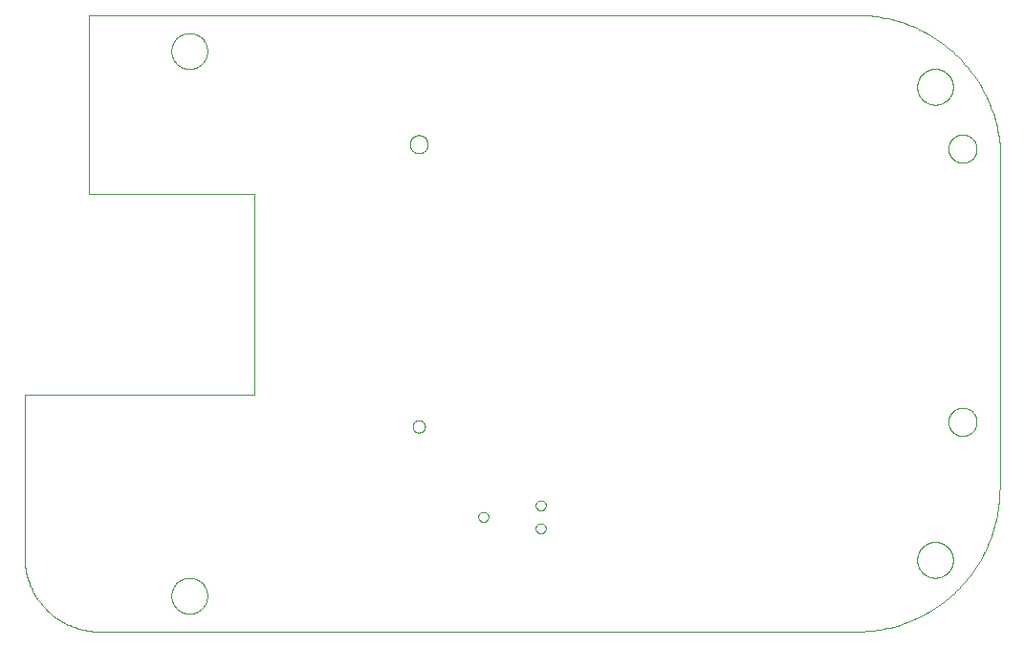
<source format=gbp>
G04 EAGLE Gerber RS-274X export*
G75*
%MOMM*%
%FSLAX34Y34*%
%LPD*%
%INBottom solder paste for stencil*%
%IPPOS*%
%AMOC8*
5,1,8,0,0,1.08239X$1,22.5*%
G01*
%ADD10C,0.000000*%


D10*
X63500Y0D02*
X736600Y0D01*
X863600Y127000D02*
X863600Y431800D01*
X742950Y546100D02*
X57150Y546100D01*
X0Y209550D02*
X0Y63500D01*
X57150Y387350D02*
X57150Y546100D01*
X57150Y387350D02*
X203200Y387350D01*
X203200Y209550D01*
X0Y209550D01*
X742950Y546100D02*
X746066Y545912D01*
X749177Y545649D01*
X752279Y545309D01*
X755373Y544893D01*
X758456Y544402D01*
X761525Y543835D01*
X764580Y543193D01*
X767618Y542477D01*
X770638Y541686D01*
X773638Y540822D01*
X776615Y539885D01*
X779568Y538874D01*
X782496Y537792D01*
X785397Y536638D01*
X788268Y535414D01*
X791109Y534119D01*
X793916Y532756D01*
X796690Y531324D01*
X799428Y529824D01*
X802128Y528258D01*
X804789Y526626D01*
X807409Y524930D01*
X809987Y523170D01*
X812521Y521347D01*
X815009Y519462D01*
X817451Y517517D01*
X819844Y515513D01*
X822188Y513451D01*
X824480Y511332D01*
X826720Y509158D01*
X828905Y506929D01*
X831036Y504648D01*
X833109Y502315D01*
X835125Y499932D01*
X837083Y497500D01*
X838979Y495021D01*
X840815Y492496D01*
X842588Y489927D01*
X844298Y487316D01*
X845943Y484663D01*
X847523Y481971D01*
X849036Y479241D01*
X850482Y476474D01*
X851860Y473673D01*
X853169Y470839D01*
X854407Y467974D01*
X855576Y465080D01*
X856673Y462157D01*
X857698Y459209D01*
X858650Y456236D01*
X859530Y453241D01*
X860336Y450225D01*
X861067Y447191D01*
X861724Y444139D01*
X862307Y441073D01*
X862813Y437993D01*
X863245Y434901D01*
X863600Y431800D01*
X863600Y127000D02*
X863563Y123931D01*
X863452Y120864D01*
X863266Y117801D01*
X863007Y114743D01*
X862674Y111692D01*
X862267Y108650D01*
X861787Y105619D01*
X861234Y102600D01*
X860608Y99595D01*
X859910Y96607D01*
X859139Y93636D01*
X858297Y90685D01*
X857384Y87755D01*
X856401Y84848D01*
X855347Y81965D01*
X854224Y79109D01*
X853033Y76281D01*
X851773Y73482D01*
X850446Y70715D01*
X849053Y67980D01*
X847594Y65280D01*
X846070Y62616D01*
X844482Y59990D01*
X842832Y57402D01*
X841119Y54856D01*
X839345Y52351D01*
X837511Y49890D01*
X835619Y47474D01*
X833668Y45105D01*
X831661Y42783D01*
X829598Y40511D01*
X827481Y38289D01*
X825311Y36119D01*
X823089Y34002D01*
X820817Y31939D01*
X818495Y29932D01*
X816126Y27981D01*
X813710Y26089D01*
X811249Y24255D01*
X808744Y22481D01*
X806198Y20768D01*
X803610Y19118D01*
X800984Y17530D01*
X798320Y16006D01*
X795620Y14547D01*
X792885Y13154D01*
X790118Y11827D01*
X787319Y10567D01*
X784491Y9376D01*
X781635Y8253D01*
X778752Y7199D01*
X775845Y6216D01*
X772915Y5303D01*
X769964Y4461D01*
X766993Y3690D01*
X764005Y2992D01*
X761000Y2366D01*
X757981Y1813D01*
X754950Y1333D01*
X751908Y926D01*
X748857Y593D01*
X745799Y334D01*
X742736Y148D01*
X739669Y37D01*
X736600Y0D01*
X63500Y0D02*
X61888Y96D01*
X60279Y231D01*
X58674Y405D01*
X57073Y618D01*
X55478Y870D01*
X53890Y1160D01*
X52309Y1488D01*
X50736Y1855D01*
X49173Y2259D01*
X47620Y2702D01*
X46078Y3181D01*
X44548Y3698D01*
X43032Y4252D01*
X41529Y4842D01*
X40040Y5468D01*
X38568Y6130D01*
X37111Y6828D01*
X35672Y7560D01*
X34252Y8328D01*
X32850Y9129D01*
X31468Y9964D01*
X30106Y10832D01*
X28766Y11733D01*
X27448Y12666D01*
X26153Y13631D01*
X24882Y14626D01*
X23636Y15652D01*
X22414Y16708D01*
X21218Y17794D01*
X20049Y18907D01*
X18907Y20049D01*
X17794Y21218D01*
X16708Y22414D01*
X15652Y23636D01*
X14626Y24882D01*
X13631Y26153D01*
X12666Y27448D01*
X11733Y28766D01*
X10832Y30106D01*
X9964Y31468D01*
X9129Y32850D01*
X8328Y34252D01*
X7560Y35672D01*
X6828Y37111D01*
X6130Y38568D01*
X5468Y40040D01*
X4842Y41529D01*
X4252Y43032D01*
X3698Y44548D01*
X3181Y46078D01*
X2702Y47620D01*
X2259Y49173D01*
X1855Y50736D01*
X1488Y52309D01*
X1160Y53890D01*
X870Y55478D01*
X618Y57073D01*
X405Y58674D01*
X231Y60279D01*
X96Y61888D01*
X0Y63500D01*
X341250Y431800D02*
X341252Y431996D01*
X341260Y432193D01*
X341272Y432389D01*
X341289Y432584D01*
X341310Y432779D01*
X341337Y432974D01*
X341368Y433168D01*
X341404Y433361D01*
X341444Y433553D01*
X341490Y433744D01*
X341540Y433934D01*
X341594Y434122D01*
X341654Y434309D01*
X341718Y434495D01*
X341786Y434679D01*
X341859Y434861D01*
X341936Y435042D01*
X342018Y435220D01*
X342104Y435397D01*
X342195Y435571D01*
X342289Y435743D01*
X342388Y435913D01*
X342491Y436080D01*
X342598Y436245D01*
X342709Y436406D01*
X342824Y436566D01*
X342943Y436722D01*
X343066Y436875D01*
X343192Y437025D01*
X343322Y437172D01*
X343456Y437316D01*
X343593Y437457D01*
X343734Y437594D01*
X343878Y437728D01*
X344025Y437858D01*
X344175Y437984D01*
X344328Y438107D01*
X344484Y438226D01*
X344644Y438341D01*
X344805Y438452D01*
X344970Y438559D01*
X345137Y438662D01*
X345307Y438761D01*
X345479Y438855D01*
X345653Y438946D01*
X345830Y439032D01*
X346008Y439114D01*
X346189Y439191D01*
X346371Y439264D01*
X346555Y439332D01*
X346741Y439396D01*
X346928Y439456D01*
X347116Y439510D01*
X347306Y439560D01*
X347497Y439606D01*
X347689Y439646D01*
X347882Y439682D01*
X348076Y439713D01*
X348271Y439740D01*
X348466Y439761D01*
X348661Y439778D01*
X348857Y439790D01*
X349054Y439798D01*
X349250Y439800D01*
X349446Y439798D01*
X349643Y439790D01*
X349839Y439778D01*
X350034Y439761D01*
X350229Y439740D01*
X350424Y439713D01*
X350618Y439682D01*
X350811Y439646D01*
X351003Y439606D01*
X351194Y439560D01*
X351384Y439510D01*
X351572Y439456D01*
X351759Y439396D01*
X351945Y439332D01*
X352129Y439264D01*
X352311Y439191D01*
X352492Y439114D01*
X352670Y439032D01*
X352847Y438946D01*
X353021Y438855D01*
X353193Y438761D01*
X353363Y438662D01*
X353530Y438559D01*
X353695Y438452D01*
X353856Y438341D01*
X354016Y438226D01*
X354172Y438107D01*
X354325Y437984D01*
X354475Y437858D01*
X354622Y437728D01*
X354766Y437594D01*
X354907Y437457D01*
X355044Y437316D01*
X355178Y437172D01*
X355308Y437025D01*
X355434Y436875D01*
X355557Y436722D01*
X355676Y436566D01*
X355791Y436406D01*
X355902Y436245D01*
X356009Y436080D01*
X356112Y435913D01*
X356211Y435743D01*
X356305Y435571D01*
X356396Y435397D01*
X356482Y435220D01*
X356564Y435042D01*
X356641Y434861D01*
X356714Y434679D01*
X356782Y434495D01*
X356846Y434309D01*
X356906Y434122D01*
X356960Y433934D01*
X357010Y433744D01*
X357056Y433553D01*
X357096Y433361D01*
X357132Y433168D01*
X357163Y432974D01*
X357190Y432779D01*
X357211Y432584D01*
X357228Y432389D01*
X357240Y432193D01*
X357248Y431996D01*
X357250Y431800D01*
X357248Y431604D01*
X357240Y431407D01*
X357228Y431211D01*
X357211Y431016D01*
X357190Y430821D01*
X357163Y430626D01*
X357132Y430432D01*
X357096Y430239D01*
X357056Y430047D01*
X357010Y429856D01*
X356960Y429666D01*
X356906Y429478D01*
X356846Y429291D01*
X356782Y429105D01*
X356714Y428921D01*
X356641Y428739D01*
X356564Y428558D01*
X356482Y428380D01*
X356396Y428203D01*
X356305Y428029D01*
X356211Y427857D01*
X356112Y427687D01*
X356009Y427520D01*
X355902Y427355D01*
X355791Y427194D01*
X355676Y427034D01*
X355557Y426878D01*
X355434Y426725D01*
X355308Y426575D01*
X355178Y426428D01*
X355044Y426284D01*
X354907Y426143D01*
X354766Y426006D01*
X354622Y425872D01*
X354475Y425742D01*
X354325Y425616D01*
X354172Y425493D01*
X354016Y425374D01*
X353856Y425259D01*
X353695Y425148D01*
X353530Y425041D01*
X353363Y424938D01*
X353193Y424839D01*
X353021Y424745D01*
X352847Y424654D01*
X352670Y424568D01*
X352492Y424486D01*
X352311Y424409D01*
X352129Y424336D01*
X351945Y424268D01*
X351759Y424204D01*
X351572Y424144D01*
X351384Y424090D01*
X351194Y424040D01*
X351003Y423994D01*
X350811Y423954D01*
X350618Y423918D01*
X350424Y423887D01*
X350229Y423860D01*
X350034Y423839D01*
X349839Y423822D01*
X349643Y423810D01*
X349446Y423802D01*
X349250Y423800D01*
X349054Y423802D01*
X348857Y423810D01*
X348661Y423822D01*
X348466Y423839D01*
X348271Y423860D01*
X348076Y423887D01*
X347882Y423918D01*
X347689Y423954D01*
X347497Y423994D01*
X347306Y424040D01*
X347116Y424090D01*
X346928Y424144D01*
X346741Y424204D01*
X346555Y424268D01*
X346371Y424336D01*
X346189Y424409D01*
X346008Y424486D01*
X345830Y424568D01*
X345653Y424654D01*
X345479Y424745D01*
X345307Y424839D01*
X345137Y424938D01*
X344970Y425041D01*
X344805Y425148D01*
X344644Y425259D01*
X344484Y425374D01*
X344328Y425493D01*
X344175Y425616D01*
X344025Y425742D01*
X343878Y425872D01*
X343734Y426006D01*
X343593Y426143D01*
X343456Y426284D01*
X343322Y426428D01*
X343192Y426575D01*
X343066Y426725D01*
X342943Y426878D01*
X342824Y427034D01*
X342709Y427194D01*
X342598Y427355D01*
X342491Y427520D01*
X342388Y427687D01*
X342289Y427857D01*
X342195Y428029D01*
X342104Y428203D01*
X342018Y428380D01*
X341936Y428558D01*
X341859Y428739D01*
X341786Y428921D01*
X341718Y429105D01*
X341654Y429291D01*
X341594Y429478D01*
X341540Y429666D01*
X341490Y429856D01*
X341444Y430047D01*
X341404Y430239D01*
X341368Y430432D01*
X341337Y430626D01*
X341310Y430821D01*
X341289Y431016D01*
X341272Y431211D01*
X341260Y431407D01*
X341252Y431604D01*
X341250Y431800D01*
X343750Y181800D02*
X343752Y181948D01*
X343758Y182096D01*
X343768Y182244D01*
X343782Y182392D01*
X343800Y182539D01*
X343822Y182686D01*
X343848Y182832D01*
X343877Y182977D01*
X343911Y183122D01*
X343949Y183265D01*
X343990Y183408D01*
X344035Y183549D01*
X344085Y183689D01*
X344137Y183827D01*
X344194Y183965D01*
X344254Y184100D01*
X344318Y184234D01*
X344385Y184366D01*
X344456Y184496D01*
X344531Y184625D01*
X344609Y184751D01*
X344690Y184875D01*
X344774Y184997D01*
X344862Y185116D01*
X344953Y185233D01*
X345047Y185348D01*
X345145Y185460D01*
X345245Y185569D01*
X345348Y185676D01*
X345454Y185780D01*
X345562Y185881D01*
X345674Y185979D01*
X345788Y186074D01*
X345904Y186165D01*
X346023Y186254D01*
X346144Y186339D01*
X346268Y186421D01*
X346394Y186500D01*
X346521Y186575D01*
X346651Y186647D01*
X346783Y186716D01*
X346916Y186780D01*
X347051Y186841D01*
X347188Y186899D01*
X347326Y186953D01*
X347466Y187003D01*
X347607Y187049D01*
X347749Y187091D01*
X347892Y187130D01*
X348036Y187164D01*
X348182Y187195D01*
X348327Y187222D01*
X348474Y187245D01*
X348621Y187264D01*
X348769Y187279D01*
X348916Y187290D01*
X349065Y187297D01*
X349213Y187300D01*
X349361Y187299D01*
X349509Y187294D01*
X349657Y187285D01*
X349805Y187272D01*
X349953Y187255D01*
X350099Y187234D01*
X350246Y187209D01*
X350391Y187180D01*
X350536Y187148D01*
X350679Y187111D01*
X350822Y187071D01*
X350964Y187026D01*
X351104Y186978D01*
X351243Y186926D01*
X351380Y186871D01*
X351516Y186811D01*
X351651Y186748D01*
X351783Y186682D01*
X351914Y186612D01*
X352043Y186538D01*
X352169Y186461D01*
X352294Y186381D01*
X352416Y186297D01*
X352537Y186210D01*
X352654Y186120D01*
X352770Y186026D01*
X352882Y185930D01*
X352992Y185831D01*
X353100Y185728D01*
X353204Y185623D01*
X353306Y185515D01*
X353404Y185404D01*
X353500Y185291D01*
X353593Y185175D01*
X353682Y185057D01*
X353768Y184936D01*
X353851Y184813D01*
X353931Y184688D01*
X354007Y184561D01*
X354080Y184431D01*
X354149Y184300D01*
X354214Y184167D01*
X354277Y184033D01*
X354335Y183896D01*
X354390Y183758D01*
X354440Y183619D01*
X354488Y183478D01*
X354531Y183337D01*
X354571Y183194D01*
X354606Y183050D01*
X354638Y182905D01*
X354666Y182759D01*
X354690Y182613D01*
X354710Y182466D01*
X354726Y182318D01*
X354738Y182171D01*
X354746Y182022D01*
X354750Y181874D01*
X354750Y181726D01*
X354746Y181578D01*
X354738Y181429D01*
X354726Y181282D01*
X354710Y181134D01*
X354690Y180987D01*
X354666Y180841D01*
X354638Y180695D01*
X354606Y180550D01*
X354571Y180406D01*
X354531Y180263D01*
X354488Y180122D01*
X354440Y179981D01*
X354390Y179842D01*
X354335Y179704D01*
X354277Y179567D01*
X354214Y179433D01*
X354149Y179300D01*
X354080Y179169D01*
X354007Y179039D01*
X353931Y178912D01*
X353851Y178787D01*
X353768Y178664D01*
X353682Y178543D01*
X353593Y178425D01*
X353500Y178309D01*
X353404Y178196D01*
X353306Y178085D01*
X353204Y177977D01*
X353100Y177872D01*
X352992Y177769D01*
X352882Y177670D01*
X352770Y177574D01*
X352654Y177480D01*
X352537Y177390D01*
X352416Y177303D01*
X352294Y177219D01*
X352169Y177139D01*
X352043Y177062D01*
X351914Y176988D01*
X351783Y176918D01*
X351651Y176852D01*
X351516Y176789D01*
X351380Y176729D01*
X351243Y176674D01*
X351104Y176622D01*
X350964Y176574D01*
X350822Y176529D01*
X350679Y176489D01*
X350536Y176452D01*
X350391Y176420D01*
X350246Y176391D01*
X350099Y176366D01*
X349953Y176345D01*
X349805Y176328D01*
X349657Y176315D01*
X349509Y176306D01*
X349361Y176301D01*
X349213Y176300D01*
X349065Y176303D01*
X348916Y176310D01*
X348769Y176321D01*
X348621Y176336D01*
X348474Y176355D01*
X348327Y176378D01*
X348182Y176405D01*
X348036Y176436D01*
X347892Y176470D01*
X347749Y176509D01*
X347607Y176551D01*
X347466Y176597D01*
X347326Y176647D01*
X347188Y176701D01*
X347051Y176759D01*
X346916Y176820D01*
X346783Y176884D01*
X346651Y176953D01*
X346521Y177025D01*
X346394Y177100D01*
X346268Y177179D01*
X346144Y177261D01*
X346023Y177346D01*
X345904Y177435D01*
X345788Y177526D01*
X345674Y177621D01*
X345562Y177719D01*
X345454Y177820D01*
X345348Y177924D01*
X345245Y178031D01*
X345145Y178140D01*
X345047Y178252D01*
X344953Y178367D01*
X344862Y178484D01*
X344774Y178603D01*
X344690Y178725D01*
X344609Y178849D01*
X344531Y178975D01*
X344456Y179104D01*
X344385Y179234D01*
X344318Y179366D01*
X344254Y179500D01*
X344194Y179635D01*
X344137Y179773D01*
X344085Y179911D01*
X344035Y180051D01*
X343990Y180192D01*
X343949Y180335D01*
X343911Y180478D01*
X343877Y180623D01*
X343848Y180768D01*
X343822Y180914D01*
X343800Y181061D01*
X343782Y181208D01*
X343768Y181356D01*
X343758Y181504D01*
X343752Y181652D01*
X343750Y181800D01*
X818250Y427800D02*
X818254Y428107D01*
X818265Y428413D01*
X818284Y428720D01*
X818310Y429025D01*
X818344Y429330D01*
X818385Y429634D01*
X818434Y429937D01*
X818490Y430239D01*
X818554Y430539D01*
X818625Y430837D01*
X818703Y431134D01*
X818788Y431429D01*
X818881Y431721D01*
X818981Y432011D01*
X819088Y432299D01*
X819202Y432584D01*
X819322Y432866D01*
X819450Y433144D01*
X819585Y433420D01*
X819726Y433692D01*
X819874Y433961D01*
X820028Y434226D01*
X820189Y434487D01*
X820357Y434745D01*
X820530Y434998D01*
X820710Y435246D01*
X820896Y435490D01*
X821087Y435730D01*
X821285Y435965D01*
X821488Y436194D01*
X821697Y436419D01*
X821911Y436639D01*
X822131Y436853D01*
X822356Y437062D01*
X822585Y437265D01*
X822820Y437463D01*
X823060Y437654D01*
X823304Y437840D01*
X823552Y438020D01*
X823805Y438193D01*
X824063Y438361D01*
X824324Y438522D01*
X824589Y438676D01*
X824858Y438824D01*
X825130Y438965D01*
X825406Y439100D01*
X825684Y439228D01*
X825966Y439348D01*
X826251Y439462D01*
X826539Y439569D01*
X826829Y439669D01*
X827121Y439762D01*
X827416Y439847D01*
X827713Y439925D01*
X828011Y439996D01*
X828311Y440060D01*
X828613Y440116D01*
X828916Y440165D01*
X829220Y440206D01*
X829525Y440240D01*
X829830Y440266D01*
X830137Y440285D01*
X830443Y440296D01*
X830750Y440300D01*
X831057Y440296D01*
X831363Y440285D01*
X831670Y440266D01*
X831975Y440240D01*
X832280Y440206D01*
X832584Y440165D01*
X832887Y440116D01*
X833189Y440060D01*
X833489Y439996D01*
X833787Y439925D01*
X834084Y439847D01*
X834379Y439762D01*
X834671Y439669D01*
X834961Y439569D01*
X835249Y439462D01*
X835534Y439348D01*
X835816Y439228D01*
X836094Y439100D01*
X836370Y438965D01*
X836642Y438824D01*
X836911Y438676D01*
X837176Y438522D01*
X837437Y438361D01*
X837695Y438193D01*
X837948Y438020D01*
X838196Y437840D01*
X838440Y437654D01*
X838680Y437463D01*
X838915Y437265D01*
X839144Y437062D01*
X839369Y436853D01*
X839589Y436639D01*
X839803Y436419D01*
X840012Y436194D01*
X840215Y435965D01*
X840413Y435730D01*
X840604Y435490D01*
X840790Y435246D01*
X840970Y434998D01*
X841143Y434745D01*
X841311Y434487D01*
X841472Y434226D01*
X841626Y433961D01*
X841774Y433692D01*
X841915Y433420D01*
X842050Y433144D01*
X842178Y432866D01*
X842298Y432584D01*
X842412Y432299D01*
X842519Y432011D01*
X842619Y431721D01*
X842712Y431429D01*
X842797Y431134D01*
X842875Y430837D01*
X842946Y430539D01*
X843010Y430239D01*
X843066Y429937D01*
X843115Y429634D01*
X843156Y429330D01*
X843190Y429025D01*
X843216Y428720D01*
X843235Y428413D01*
X843246Y428107D01*
X843250Y427800D01*
X843246Y427493D01*
X843235Y427187D01*
X843216Y426880D01*
X843190Y426575D01*
X843156Y426270D01*
X843115Y425966D01*
X843066Y425663D01*
X843010Y425361D01*
X842946Y425061D01*
X842875Y424763D01*
X842797Y424466D01*
X842712Y424171D01*
X842619Y423879D01*
X842519Y423589D01*
X842412Y423301D01*
X842298Y423016D01*
X842178Y422734D01*
X842050Y422456D01*
X841915Y422180D01*
X841774Y421908D01*
X841626Y421639D01*
X841472Y421374D01*
X841311Y421113D01*
X841143Y420855D01*
X840970Y420602D01*
X840790Y420354D01*
X840604Y420110D01*
X840413Y419870D01*
X840215Y419635D01*
X840012Y419406D01*
X839803Y419181D01*
X839589Y418961D01*
X839369Y418747D01*
X839144Y418538D01*
X838915Y418335D01*
X838680Y418137D01*
X838440Y417946D01*
X838196Y417760D01*
X837948Y417580D01*
X837695Y417407D01*
X837437Y417239D01*
X837176Y417078D01*
X836911Y416924D01*
X836642Y416776D01*
X836370Y416635D01*
X836094Y416500D01*
X835816Y416372D01*
X835534Y416252D01*
X835249Y416138D01*
X834961Y416031D01*
X834671Y415931D01*
X834379Y415838D01*
X834084Y415753D01*
X833787Y415675D01*
X833489Y415604D01*
X833189Y415540D01*
X832887Y415484D01*
X832584Y415435D01*
X832280Y415394D01*
X831975Y415360D01*
X831670Y415334D01*
X831363Y415315D01*
X831057Y415304D01*
X830750Y415300D01*
X830443Y415304D01*
X830137Y415315D01*
X829830Y415334D01*
X829525Y415360D01*
X829220Y415394D01*
X828916Y415435D01*
X828613Y415484D01*
X828311Y415540D01*
X828011Y415604D01*
X827713Y415675D01*
X827416Y415753D01*
X827121Y415838D01*
X826829Y415931D01*
X826539Y416031D01*
X826251Y416138D01*
X825966Y416252D01*
X825684Y416372D01*
X825406Y416500D01*
X825130Y416635D01*
X824858Y416776D01*
X824589Y416924D01*
X824324Y417078D01*
X824063Y417239D01*
X823805Y417407D01*
X823552Y417580D01*
X823304Y417760D01*
X823060Y417946D01*
X822820Y418137D01*
X822585Y418335D01*
X822356Y418538D01*
X822131Y418747D01*
X821911Y418961D01*
X821697Y419181D01*
X821488Y419406D01*
X821285Y419635D01*
X821087Y419870D01*
X820896Y420110D01*
X820710Y420354D01*
X820530Y420602D01*
X820357Y420855D01*
X820189Y421113D01*
X820028Y421374D01*
X819874Y421639D01*
X819726Y421908D01*
X819585Y422180D01*
X819450Y422456D01*
X819322Y422734D01*
X819202Y423016D01*
X819088Y423301D01*
X818981Y423589D01*
X818881Y423879D01*
X818788Y424171D01*
X818703Y424466D01*
X818625Y424763D01*
X818554Y425061D01*
X818490Y425361D01*
X818434Y425663D01*
X818385Y425966D01*
X818344Y426270D01*
X818310Y426575D01*
X818284Y426880D01*
X818265Y427187D01*
X818254Y427493D01*
X818250Y427800D01*
X818250Y185800D02*
X818254Y186107D01*
X818265Y186413D01*
X818284Y186720D01*
X818310Y187025D01*
X818344Y187330D01*
X818385Y187634D01*
X818434Y187937D01*
X818490Y188239D01*
X818554Y188539D01*
X818625Y188837D01*
X818703Y189134D01*
X818788Y189429D01*
X818881Y189721D01*
X818981Y190011D01*
X819088Y190299D01*
X819202Y190584D01*
X819322Y190866D01*
X819450Y191144D01*
X819585Y191420D01*
X819726Y191692D01*
X819874Y191961D01*
X820028Y192226D01*
X820189Y192487D01*
X820357Y192745D01*
X820530Y192998D01*
X820710Y193246D01*
X820896Y193490D01*
X821087Y193730D01*
X821285Y193965D01*
X821488Y194194D01*
X821697Y194419D01*
X821911Y194639D01*
X822131Y194853D01*
X822356Y195062D01*
X822585Y195265D01*
X822820Y195463D01*
X823060Y195654D01*
X823304Y195840D01*
X823552Y196020D01*
X823805Y196193D01*
X824063Y196361D01*
X824324Y196522D01*
X824589Y196676D01*
X824858Y196824D01*
X825130Y196965D01*
X825406Y197100D01*
X825684Y197228D01*
X825966Y197348D01*
X826251Y197462D01*
X826539Y197569D01*
X826829Y197669D01*
X827121Y197762D01*
X827416Y197847D01*
X827713Y197925D01*
X828011Y197996D01*
X828311Y198060D01*
X828613Y198116D01*
X828916Y198165D01*
X829220Y198206D01*
X829525Y198240D01*
X829830Y198266D01*
X830137Y198285D01*
X830443Y198296D01*
X830750Y198300D01*
X831057Y198296D01*
X831363Y198285D01*
X831670Y198266D01*
X831975Y198240D01*
X832280Y198206D01*
X832584Y198165D01*
X832887Y198116D01*
X833189Y198060D01*
X833489Y197996D01*
X833787Y197925D01*
X834084Y197847D01*
X834379Y197762D01*
X834671Y197669D01*
X834961Y197569D01*
X835249Y197462D01*
X835534Y197348D01*
X835816Y197228D01*
X836094Y197100D01*
X836370Y196965D01*
X836642Y196824D01*
X836911Y196676D01*
X837176Y196522D01*
X837437Y196361D01*
X837695Y196193D01*
X837948Y196020D01*
X838196Y195840D01*
X838440Y195654D01*
X838680Y195463D01*
X838915Y195265D01*
X839144Y195062D01*
X839369Y194853D01*
X839589Y194639D01*
X839803Y194419D01*
X840012Y194194D01*
X840215Y193965D01*
X840413Y193730D01*
X840604Y193490D01*
X840790Y193246D01*
X840970Y192998D01*
X841143Y192745D01*
X841311Y192487D01*
X841472Y192226D01*
X841626Y191961D01*
X841774Y191692D01*
X841915Y191420D01*
X842050Y191144D01*
X842178Y190866D01*
X842298Y190584D01*
X842412Y190299D01*
X842519Y190011D01*
X842619Y189721D01*
X842712Y189429D01*
X842797Y189134D01*
X842875Y188837D01*
X842946Y188539D01*
X843010Y188239D01*
X843066Y187937D01*
X843115Y187634D01*
X843156Y187330D01*
X843190Y187025D01*
X843216Y186720D01*
X843235Y186413D01*
X843246Y186107D01*
X843250Y185800D01*
X843246Y185493D01*
X843235Y185187D01*
X843216Y184880D01*
X843190Y184575D01*
X843156Y184270D01*
X843115Y183966D01*
X843066Y183663D01*
X843010Y183361D01*
X842946Y183061D01*
X842875Y182763D01*
X842797Y182466D01*
X842712Y182171D01*
X842619Y181879D01*
X842519Y181589D01*
X842412Y181301D01*
X842298Y181016D01*
X842178Y180734D01*
X842050Y180456D01*
X841915Y180180D01*
X841774Y179908D01*
X841626Y179639D01*
X841472Y179374D01*
X841311Y179113D01*
X841143Y178855D01*
X840970Y178602D01*
X840790Y178354D01*
X840604Y178110D01*
X840413Y177870D01*
X840215Y177635D01*
X840012Y177406D01*
X839803Y177181D01*
X839589Y176961D01*
X839369Y176747D01*
X839144Y176538D01*
X838915Y176335D01*
X838680Y176137D01*
X838440Y175946D01*
X838196Y175760D01*
X837948Y175580D01*
X837695Y175407D01*
X837437Y175239D01*
X837176Y175078D01*
X836911Y174924D01*
X836642Y174776D01*
X836370Y174635D01*
X836094Y174500D01*
X835816Y174372D01*
X835534Y174252D01*
X835249Y174138D01*
X834961Y174031D01*
X834671Y173931D01*
X834379Y173838D01*
X834084Y173753D01*
X833787Y173675D01*
X833489Y173604D01*
X833189Y173540D01*
X832887Y173484D01*
X832584Y173435D01*
X832280Y173394D01*
X831975Y173360D01*
X831670Y173334D01*
X831363Y173315D01*
X831057Y173304D01*
X830750Y173300D01*
X830443Y173304D01*
X830137Y173315D01*
X829830Y173334D01*
X829525Y173360D01*
X829220Y173394D01*
X828916Y173435D01*
X828613Y173484D01*
X828311Y173540D01*
X828011Y173604D01*
X827713Y173675D01*
X827416Y173753D01*
X827121Y173838D01*
X826829Y173931D01*
X826539Y174031D01*
X826251Y174138D01*
X825966Y174252D01*
X825684Y174372D01*
X825406Y174500D01*
X825130Y174635D01*
X824858Y174776D01*
X824589Y174924D01*
X824324Y175078D01*
X824063Y175239D01*
X823805Y175407D01*
X823552Y175580D01*
X823304Y175760D01*
X823060Y175946D01*
X822820Y176137D01*
X822585Y176335D01*
X822356Y176538D01*
X822131Y176747D01*
X821911Y176961D01*
X821697Y177181D01*
X821488Y177406D01*
X821285Y177635D01*
X821087Y177870D01*
X820896Y178110D01*
X820710Y178354D01*
X820530Y178602D01*
X820357Y178855D01*
X820189Y179113D01*
X820028Y179374D01*
X819874Y179639D01*
X819726Y179908D01*
X819585Y180180D01*
X819450Y180456D01*
X819322Y180734D01*
X819202Y181016D01*
X819088Y181301D01*
X818981Y181589D01*
X818881Y181879D01*
X818788Y182171D01*
X818703Y182466D01*
X818625Y182763D01*
X818554Y183061D01*
X818490Y183361D01*
X818434Y183663D01*
X818385Y183966D01*
X818344Y184270D01*
X818310Y184575D01*
X818284Y184880D01*
X818265Y185187D01*
X818254Y185493D01*
X818250Y185800D01*
X130175Y31750D02*
X130180Y32140D01*
X130194Y32529D01*
X130218Y32918D01*
X130251Y33306D01*
X130294Y33693D01*
X130347Y34079D01*
X130409Y34464D01*
X130480Y34847D01*
X130561Y35228D01*
X130651Y35607D01*
X130750Y35984D01*
X130859Y36358D01*
X130976Y36730D01*
X131103Y37098D01*
X131239Y37463D01*
X131383Y37825D01*
X131537Y38183D01*
X131699Y38537D01*
X131870Y38888D01*
X132049Y39233D01*
X132237Y39575D01*
X132434Y39911D01*
X132638Y40243D01*
X132850Y40570D01*
X133071Y40891D01*
X133299Y41207D01*
X133535Y41517D01*
X133778Y41821D01*
X134029Y42119D01*
X134287Y42411D01*
X134553Y42696D01*
X134825Y42975D01*
X135104Y43247D01*
X135389Y43513D01*
X135681Y43771D01*
X135979Y44022D01*
X136283Y44265D01*
X136593Y44501D01*
X136909Y44729D01*
X137230Y44950D01*
X137557Y45162D01*
X137889Y45366D01*
X138225Y45563D01*
X138567Y45751D01*
X138912Y45930D01*
X139263Y46101D01*
X139617Y46263D01*
X139975Y46417D01*
X140337Y46561D01*
X140702Y46697D01*
X141070Y46824D01*
X141442Y46941D01*
X141816Y47050D01*
X142193Y47149D01*
X142572Y47239D01*
X142953Y47320D01*
X143336Y47391D01*
X143721Y47453D01*
X144107Y47506D01*
X144494Y47549D01*
X144882Y47582D01*
X145271Y47606D01*
X145660Y47620D01*
X146050Y47625D01*
X146440Y47620D01*
X146829Y47606D01*
X147218Y47582D01*
X147606Y47549D01*
X147993Y47506D01*
X148379Y47453D01*
X148764Y47391D01*
X149147Y47320D01*
X149528Y47239D01*
X149907Y47149D01*
X150284Y47050D01*
X150658Y46941D01*
X151030Y46824D01*
X151398Y46697D01*
X151763Y46561D01*
X152125Y46417D01*
X152483Y46263D01*
X152837Y46101D01*
X153188Y45930D01*
X153533Y45751D01*
X153875Y45563D01*
X154211Y45366D01*
X154543Y45162D01*
X154870Y44950D01*
X155191Y44729D01*
X155507Y44501D01*
X155817Y44265D01*
X156121Y44022D01*
X156419Y43771D01*
X156711Y43513D01*
X156996Y43247D01*
X157275Y42975D01*
X157547Y42696D01*
X157813Y42411D01*
X158071Y42119D01*
X158322Y41821D01*
X158565Y41517D01*
X158801Y41207D01*
X159029Y40891D01*
X159250Y40570D01*
X159462Y40243D01*
X159666Y39911D01*
X159863Y39575D01*
X160051Y39233D01*
X160230Y38888D01*
X160401Y38537D01*
X160563Y38183D01*
X160717Y37825D01*
X160861Y37463D01*
X160997Y37098D01*
X161124Y36730D01*
X161241Y36358D01*
X161350Y35984D01*
X161449Y35607D01*
X161539Y35228D01*
X161620Y34847D01*
X161691Y34464D01*
X161753Y34079D01*
X161806Y33693D01*
X161849Y33306D01*
X161882Y32918D01*
X161906Y32529D01*
X161920Y32140D01*
X161925Y31750D01*
X161920Y31360D01*
X161906Y30971D01*
X161882Y30582D01*
X161849Y30194D01*
X161806Y29807D01*
X161753Y29421D01*
X161691Y29036D01*
X161620Y28653D01*
X161539Y28272D01*
X161449Y27893D01*
X161350Y27516D01*
X161241Y27142D01*
X161124Y26770D01*
X160997Y26402D01*
X160861Y26037D01*
X160717Y25675D01*
X160563Y25317D01*
X160401Y24963D01*
X160230Y24612D01*
X160051Y24267D01*
X159863Y23925D01*
X159666Y23589D01*
X159462Y23257D01*
X159250Y22930D01*
X159029Y22609D01*
X158801Y22293D01*
X158565Y21983D01*
X158322Y21679D01*
X158071Y21381D01*
X157813Y21089D01*
X157547Y20804D01*
X157275Y20525D01*
X156996Y20253D01*
X156711Y19987D01*
X156419Y19729D01*
X156121Y19478D01*
X155817Y19235D01*
X155507Y18999D01*
X155191Y18771D01*
X154870Y18550D01*
X154543Y18338D01*
X154211Y18134D01*
X153875Y17937D01*
X153533Y17749D01*
X153188Y17570D01*
X152837Y17399D01*
X152483Y17237D01*
X152125Y17083D01*
X151763Y16939D01*
X151398Y16803D01*
X151030Y16676D01*
X150658Y16559D01*
X150284Y16450D01*
X149907Y16351D01*
X149528Y16261D01*
X149147Y16180D01*
X148764Y16109D01*
X148379Y16047D01*
X147993Y15994D01*
X147606Y15951D01*
X147218Y15918D01*
X146829Y15894D01*
X146440Y15880D01*
X146050Y15875D01*
X145660Y15880D01*
X145271Y15894D01*
X144882Y15918D01*
X144494Y15951D01*
X144107Y15994D01*
X143721Y16047D01*
X143336Y16109D01*
X142953Y16180D01*
X142572Y16261D01*
X142193Y16351D01*
X141816Y16450D01*
X141442Y16559D01*
X141070Y16676D01*
X140702Y16803D01*
X140337Y16939D01*
X139975Y17083D01*
X139617Y17237D01*
X139263Y17399D01*
X138912Y17570D01*
X138567Y17749D01*
X138225Y17937D01*
X137889Y18134D01*
X137557Y18338D01*
X137230Y18550D01*
X136909Y18771D01*
X136593Y18999D01*
X136283Y19235D01*
X135979Y19478D01*
X135681Y19729D01*
X135389Y19987D01*
X135104Y20253D01*
X134825Y20525D01*
X134553Y20804D01*
X134287Y21089D01*
X134029Y21381D01*
X133778Y21679D01*
X133535Y21983D01*
X133299Y22293D01*
X133071Y22609D01*
X132850Y22930D01*
X132638Y23257D01*
X132434Y23589D01*
X132237Y23925D01*
X132049Y24267D01*
X131870Y24612D01*
X131699Y24963D01*
X131537Y25317D01*
X131383Y25675D01*
X131239Y26037D01*
X131103Y26402D01*
X130976Y26770D01*
X130859Y27142D01*
X130750Y27516D01*
X130651Y27893D01*
X130561Y28272D01*
X130480Y28653D01*
X130409Y29036D01*
X130347Y29421D01*
X130294Y29807D01*
X130251Y30194D01*
X130218Y30582D01*
X130194Y30971D01*
X130180Y31360D01*
X130175Y31750D01*
X790575Y63500D02*
X790580Y63890D01*
X790594Y64279D01*
X790618Y64668D01*
X790651Y65056D01*
X790694Y65443D01*
X790747Y65829D01*
X790809Y66214D01*
X790880Y66597D01*
X790961Y66978D01*
X791051Y67357D01*
X791150Y67734D01*
X791259Y68108D01*
X791376Y68480D01*
X791503Y68848D01*
X791639Y69213D01*
X791783Y69575D01*
X791937Y69933D01*
X792099Y70287D01*
X792270Y70638D01*
X792449Y70983D01*
X792637Y71325D01*
X792834Y71661D01*
X793038Y71993D01*
X793250Y72320D01*
X793471Y72641D01*
X793699Y72957D01*
X793935Y73267D01*
X794178Y73571D01*
X794429Y73869D01*
X794687Y74161D01*
X794953Y74446D01*
X795225Y74725D01*
X795504Y74997D01*
X795789Y75263D01*
X796081Y75521D01*
X796379Y75772D01*
X796683Y76015D01*
X796993Y76251D01*
X797309Y76479D01*
X797630Y76700D01*
X797957Y76912D01*
X798289Y77116D01*
X798625Y77313D01*
X798967Y77501D01*
X799312Y77680D01*
X799663Y77851D01*
X800017Y78013D01*
X800375Y78167D01*
X800737Y78311D01*
X801102Y78447D01*
X801470Y78574D01*
X801842Y78691D01*
X802216Y78800D01*
X802593Y78899D01*
X802972Y78989D01*
X803353Y79070D01*
X803736Y79141D01*
X804121Y79203D01*
X804507Y79256D01*
X804894Y79299D01*
X805282Y79332D01*
X805671Y79356D01*
X806060Y79370D01*
X806450Y79375D01*
X806840Y79370D01*
X807229Y79356D01*
X807618Y79332D01*
X808006Y79299D01*
X808393Y79256D01*
X808779Y79203D01*
X809164Y79141D01*
X809547Y79070D01*
X809928Y78989D01*
X810307Y78899D01*
X810684Y78800D01*
X811058Y78691D01*
X811430Y78574D01*
X811798Y78447D01*
X812163Y78311D01*
X812525Y78167D01*
X812883Y78013D01*
X813237Y77851D01*
X813588Y77680D01*
X813933Y77501D01*
X814275Y77313D01*
X814611Y77116D01*
X814943Y76912D01*
X815270Y76700D01*
X815591Y76479D01*
X815907Y76251D01*
X816217Y76015D01*
X816521Y75772D01*
X816819Y75521D01*
X817111Y75263D01*
X817396Y74997D01*
X817675Y74725D01*
X817947Y74446D01*
X818213Y74161D01*
X818471Y73869D01*
X818722Y73571D01*
X818965Y73267D01*
X819201Y72957D01*
X819429Y72641D01*
X819650Y72320D01*
X819862Y71993D01*
X820066Y71661D01*
X820263Y71325D01*
X820451Y70983D01*
X820630Y70638D01*
X820801Y70287D01*
X820963Y69933D01*
X821117Y69575D01*
X821261Y69213D01*
X821397Y68848D01*
X821524Y68480D01*
X821641Y68108D01*
X821750Y67734D01*
X821849Y67357D01*
X821939Y66978D01*
X822020Y66597D01*
X822091Y66214D01*
X822153Y65829D01*
X822206Y65443D01*
X822249Y65056D01*
X822282Y64668D01*
X822306Y64279D01*
X822320Y63890D01*
X822325Y63500D01*
X822320Y63110D01*
X822306Y62721D01*
X822282Y62332D01*
X822249Y61944D01*
X822206Y61557D01*
X822153Y61171D01*
X822091Y60786D01*
X822020Y60403D01*
X821939Y60022D01*
X821849Y59643D01*
X821750Y59266D01*
X821641Y58892D01*
X821524Y58520D01*
X821397Y58152D01*
X821261Y57787D01*
X821117Y57425D01*
X820963Y57067D01*
X820801Y56713D01*
X820630Y56362D01*
X820451Y56017D01*
X820263Y55675D01*
X820066Y55339D01*
X819862Y55007D01*
X819650Y54680D01*
X819429Y54359D01*
X819201Y54043D01*
X818965Y53733D01*
X818722Y53429D01*
X818471Y53131D01*
X818213Y52839D01*
X817947Y52554D01*
X817675Y52275D01*
X817396Y52003D01*
X817111Y51737D01*
X816819Y51479D01*
X816521Y51228D01*
X816217Y50985D01*
X815907Y50749D01*
X815591Y50521D01*
X815270Y50300D01*
X814943Y50088D01*
X814611Y49884D01*
X814275Y49687D01*
X813933Y49499D01*
X813588Y49320D01*
X813237Y49149D01*
X812883Y48987D01*
X812525Y48833D01*
X812163Y48689D01*
X811798Y48553D01*
X811430Y48426D01*
X811058Y48309D01*
X810684Y48200D01*
X810307Y48101D01*
X809928Y48011D01*
X809547Y47930D01*
X809164Y47859D01*
X808779Y47797D01*
X808393Y47744D01*
X808006Y47701D01*
X807618Y47668D01*
X807229Y47644D01*
X806840Y47630D01*
X806450Y47625D01*
X806060Y47630D01*
X805671Y47644D01*
X805282Y47668D01*
X804894Y47701D01*
X804507Y47744D01*
X804121Y47797D01*
X803736Y47859D01*
X803353Y47930D01*
X802972Y48011D01*
X802593Y48101D01*
X802216Y48200D01*
X801842Y48309D01*
X801470Y48426D01*
X801102Y48553D01*
X800737Y48689D01*
X800375Y48833D01*
X800017Y48987D01*
X799663Y49149D01*
X799312Y49320D01*
X798967Y49499D01*
X798625Y49687D01*
X798289Y49884D01*
X797957Y50088D01*
X797630Y50300D01*
X797309Y50521D01*
X796993Y50749D01*
X796683Y50985D01*
X796379Y51228D01*
X796081Y51479D01*
X795789Y51737D01*
X795504Y52003D01*
X795225Y52275D01*
X794953Y52554D01*
X794687Y52839D01*
X794429Y53131D01*
X794178Y53429D01*
X793935Y53733D01*
X793699Y54043D01*
X793471Y54359D01*
X793250Y54680D01*
X793038Y55007D01*
X792834Y55339D01*
X792637Y55675D01*
X792449Y56017D01*
X792270Y56362D01*
X792099Y56713D01*
X791937Y57067D01*
X791783Y57425D01*
X791639Y57787D01*
X791503Y58152D01*
X791376Y58520D01*
X791259Y58892D01*
X791150Y59266D01*
X791051Y59643D01*
X790961Y60022D01*
X790880Y60403D01*
X790809Y60786D01*
X790747Y61171D01*
X790694Y61557D01*
X790651Y61944D01*
X790618Y62332D01*
X790594Y62721D01*
X790580Y63110D01*
X790575Y63500D01*
X790575Y482600D02*
X790580Y482990D01*
X790594Y483379D01*
X790618Y483768D01*
X790651Y484156D01*
X790694Y484543D01*
X790747Y484929D01*
X790809Y485314D01*
X790880Y485697D01*
X790961Y486078D01*
X791051Y486457D01*
X791150Y486834D01*
X791259Y487208D01*
X791376Y487580D01*
X791503Y487948D01*
X791639Y488313D01*
X791783Y488675D01*
X791937Y489033D01*
X792099Y489387D01*
X792270Y489738D01*
X792449Y490083D01*
X792637Y490425D01*
X792834Y490761D01*
X793038Y491093D01*
X793250Y491420D01*
X793471Y491741D01*
X793699Y492057D01*
X793935Y492367D01*
X794178Y492671D01*
X794429Y492969D01*
X794687Y493261D01*
X794953Y493546D01*
X795225Y493825D01*
X795504Y494097D01*
X795789Y494363D01*
X796081Y494621D01*
X796379Y494872D01*
X796683Y495115D01*
X796993Y495351D01*
X797309Y495579D01*
X797630Y495800D01*
X797957Y496012D01*
X798289Y496216D01*
X798625Y496413D01*
X798967Y496601D01*
X799312Y496780D01*
X799663Y496951D01*
X800017Y497113D01*
X800375Y497267D01*
X800737Y497411D01*
X801102Y497547D01*
X801470Y497674D01*
X801842Y497791D01*
X802216Y497900D01*
X802593Y497999D01*
X802972Y498089D01*
X803353Y498170D01*
X803736Y498241D01*
X804121Y498303D01*
X804507Y498356D01*
X804894Y498399D01*
X805282Y498432D01*
X805671Y498456D01*
X806060Y498470D01*
X806450Y498475D01*
X806840Y498470D01*
X807229Y498456D01*
X807618Y498432D01*
X808006Y498399D01*
X808393Y498356D01*
X808779Y498303D01*
X809164Y498241D01*
X809547Y498170D01*
X809928Y498089D01*
X810307Y497999D01*
X810684Y497900D01*
X811058Y497791D01*
X811430Y497674D01*
X811798Y497547D01*
X812163Y497411D01*
X812525Y497267D01*
X812883Y497113D01*
X813237Y496951D01*
X813588Y496780D01*
X813933Y496601D01*
X814275Y496413D01*
X814611Y496216D01*
X814943Y496012D01*
X815270Y495800D01*
X815591Y495579D01*
X815907Y495351D01*
X816217Y495115D01*
X816521Y494872D01*
X816819Y494621D01*
X817111Y494363D01*
X817396Y494097D01*
X817675Y493825D01*
X817947Y493546D01*
X818213Y493261D01*
X818471Y492969D01*
X818722Y492671D01*
X818965Y492367D01*
X819201Y492057D01*
X819429Y491741D01*
X819650Y491420D01*
X819862Y491093D01*
X820066Y490761D01*
X820263Y490425D01*
X820451Y490083D01*
X820630Y489738D01*
X820801Y489387D01*
X820963Y489033D01*
X821117Y488675D01*
X821261Y488313D01*
X821397Y487948D01*
X821524Y487580D01*
X821641Y487208D01*
X821750Y486834D01*
X821849Y486457D01*
X821939Y486078D01*
X822020Y485697D01*
X822091Y485314D01*
X822153Y484929D01*
X822206Y484543D01*
X822249Y484156D01*
X822282Y483768D01*
X822306Y483379D01*
X822320Y482990D01*
X822325Y482600D01*
X822320Y482210D01*
X822306Y481821D01*
X822282Y481432D01*
X822249Y481044D01*
X822206Y480657D01*
X822153Y480271D01*
X822091Y479886D01*
X822020Y479503D01*
X821939Y479122D01*
X821849Y478743D01*
X821750Y478366D01*
X821641Y477992D01*
X821524Y477620D01*
X821397Y477252D01*
X821261Y476887D01*
X821117Y476525D01*
X820963Y476167D01*
X820801Y475813D01*
X820630Y475462D01*
X820451Y475117D01*
X820263Y474775D01*
X820066Y474439D01*
X819862Y474107D01*
X819650Y473780D01*
X819429Y473459D01*
X819201Y473143D01*
X818965Y472833D01*
X818722Y472529D01*
X818471Y472231D01*
X818213Y471939D01*
X817947Y471654D01*
X817675Y471375D01*
X817396Y471103D01*
X817111Y470837D01*
X816819Y470579D01*
X816521Y470328D01*
X816217Y470085D01*
X815907Y469849D01*
X815591Y469621D01*
X815270Y469400D01*
X814943Y469188D01*
X814611Y468984D01*
X814275Y468787D01*
X813933Y468599D01*
X813588Y468420D01*
X813237Y468249D01*
X812883Y468087D01*
X812525Y467933D01*
X812163Y467789D01*
X811798Y467653D01*
X811430Y467526D01*
X811058Y467409D01*
X810684Y467300D01*
X810307Y467201D01*
X809928Y467111D01*
X809547Y467030D01*
X809164Y466959D01*
X808779Y466897D01*
X808393Y466844D01*
X808006Y466801D01*
X807618Y466768D01*
X807229Y466744D01*
X806840Y466730D01*
X806450Y466725D01*
X806060Y466730D01*
X805671Y466744D01*
X805282Y466768D01*
X804894Y466801D01*
X804507Y466844D01*
X804121Y466897D01*
X803736Y466959D01*
X803353Y467030D01*
X802972Y467111D01*
X802593Y467201D01*
X802216Y467300D01*
X801842Y467409D01*
X801470Y467526D01*
X801102Y467653D01*
X800737Y467789D01*
X800375Y467933D01*
X800017Y468087D01*
X799663Y468249D01*
X799312Y468420D01*
X798967Y468599D01*
X798625Y468787D01*
X798289Y468984D01*
X797957Y469188D01*
X797630Y469400D01*
X797309Y469621D01*
X796993Y469849D01*
X796683Y470085D01*
X796379Y470328D01*
X796081Y470579D01*
X795789Y470837D01*
X795504Y471103D01*
X795225Y471375D01*
X794953Y471654D01*
X794687Y471939D01*
X794429Y472231D01*
X794178Y472529D01*
X793935Y472833D01*
X793699Y473143D01*
X793471Y473459D01*
X793250Y473780D01*
X793038Y474107D01*
X792834Y474439D01*
X792637Y474775D01*
X792449Y475117D01*
X792270Y475462D01*
X792099Y475813D01*
X791937Y476167D01*
X791783Y476525D01*
X791639Y476887D01*
X791503Y477252D01*
X791376Y477620D01*
X791259Y477992D01*
X791150Y478366D01*
X791051Y478743D01*
X790961Y479122D01*
X790880Y479503D01*
X790809Y479886D01*
X790747Y480271D01*
X790694Y480657D01*
X790651Y481044D01*
X790618Y481432D01*
X790594Y481821D01*
X790580Y482210D01*
X790575Y482600D01*
X130175Y514350D02*
X130180Y514740D01*
X130194Y515129D01*
X130218Y515518D01*
X130251Y515906D01*
X130294Y516293D01*
X130347Y516679D01*
X130409Y517064D01*
X130480Y517447D01*
X130561Y517828D01*
X130651Y518207D01*
X130750Y518584D01*
X130859Y518958D01*
X130976Y519330D01*
X131103Y519698D01*
X131239Y520063D01*
X131383Y520425D01*
X131537Y520783D01*
X131699Y521137D01*
X131870Y521488D01*
X132049Y521833D01*
X132237Y522175D01*
X132434Y522511D01*
X132638Y522843D01*
X132850Y523170D01*
X133071Y523491D01*
X133299Y523807D01*
X133535Y524117D01*
X133778Y524421D01*
X134029Y524719D01*
X134287Y525011D01*
X134553Y525296D01*
X134825Y525575D01*
X135104Y525847D01*
X135389Y526113D01*
X135681Y526371D01*
X135979Y526622D01*
X136283Y526865D01*
X136593Y527101D01*
X136909Y527329D01*
X137230Y527550D01*
X137557Y527762D01*
X137889Y527966D01*
X138225Y528163D01*
X138567Y528351D01*
X138912Y528530D01*
X139263Y528701D01*
X139617Y528863D01*
X139975Y529017D01*
X140337Y529161D01*
X140702Y529297D01*
X141070Y529424D01*
X141442Y529541D01*
X141816Y529650D01*
X142193Y529749D01*
X142572Y529839D01*
X142953Y529920D01*
X143336Y529991D01*
X143721Y530053D01*
X144107Y530106D01*
X144494Y530149D01*
X144882Y530182D01*
X145271Y530206D01*
X145660Y530220D01*
X146050Y530225D01*
X146440Y530220D01*
X146829Y530206D01*
X147218Y530182D01*
X147606Y530149D01*
X147993Y530106D01*
X148379Y530053D01*
X148764Y529991D01*
X149147Y529920D01*
X149528Y529839D01*
X149907Y529749D01*
X150284Y529650D01*
X150658Y529541D01*
X151030Y529424D01*
X151398Y529297D01*
X151763Y529161D01*
X152125Y529017D01*
X152483Y528863D01*
X152837Y528701D01*
X153188Y528530D01*
X153533Y528351D01*
X153875Y528163D01*
X154211Y527966D01*
X154543Y527762D01*
X154870Y527550D01*
X155191Y527329D01*
X155507Y527101D01*
X155817Y526865D01*
X156121Y526622D01*
X156419Y526371D01*
X156711Y526113D01*
X156996Y525847D01*
X157275Y525575D01*
X157547Y525296D01*
X157813Y525011D01*
X158071Y524719D01*
X158322Y524421D01*
X158565Y524117D01*
X158801Y523807D01*
X159029Y523491D01*
X159250Y523170D01*
X159462Y522843D01*
X159666Y522511D01*
X159863Y522175D01*
X160051Y521833D01*
X160230Y521488D01*
X160401Y521137D01*
X160563Y520783D01*
X160717Y520425D01*
X160861Y520063D01*
X160997Y519698D01*
X161124Y519330D01*
X161241Y518958D01*
X161350Y518584D01*
X161449Y518207D01*
X161539Y517828D01*
X161620Y517447D01*
X161691Y517064D01*
X161753Y516679D01*
X161806Y516293D01*
X161849Y515906D01*
X161882Y515518D01*
X161906Y515129D01*
X161920Y514740D01*
X161925Y514350D01*
X161920Y513960D01*
X161906Y513571D01*
X161882Y513182D01*
X161849Y512794D01*
X161806Y512407D01*
X161753Y512021D01*
X161691Y511636D01*
X161620Y511253D01*
X161539Y510872D01*
X161449Y510493D01*
X161350Y510116D01*
X161241Y509742D01*
X161124Y509370D01*
X160997Y509002D01*
X160861Y508637D01*
X160717Y508275D01*
X160563Y507917D01*
X160401Y507563D01*
X160230Y507212D01*
X160051Y506867D01*
X159863Y506525D01*
X159666Y506189D01*
X159462Y505857D01*
X159250Y505530D01*
X159029Y505209D01*
X158801Y504893D01*
X158565Y504583D01*
X158322Y504279D01*
X158071Y503981D01*
X157813Y503689D01*
X157547Y503404D01*
X157275Y503125D01*
X156996Y502853D01*
X156711Y502587D01*
X156419Y502329D01*
X156121Y502078D01*
X155817Y501835D01*
X155507Y501599D01*
X155191Y501371D01*
X154870Y501150D01*
X154543Y500938D01*
X154211Y500734D01*
X153875Y500537D01*
X153533Y500349D01*
X153188Y500170D01*
X152837Y499999D01*
X152483Y499837D01*
X152125Y499683D01*
X151763Y499539D01*
X151398Y499403D01*
X151030Y499276D01*
X150658Y499159D01*
X150284Y499050D01*
X149907Y498951D01*
X149528Y498861D01*
X149147Y498780D01*
X148764Y498709D01*
X148379Y498647D01*
X147993Y498594D01*
X147606Y498551D01*
X147218Y498518D01*
X146829Y498494D01*
X146440Y498480D01*
X146050Y498475D01*
X145660Y498480D01*
X145271Y498494D01*
X144882Y498518D01*
X144494Y498551D01*
X144107Y498594D01*
X143721Y498647D01*
X143336Y498709D01*
X142953Y498780D01*
X142572Y498861D01*
X142193Y498951D01*
X141816Y499050D01*
X141442Y499159D01*
X141070Y499276D01*
X140702Y499403D01*
X140337Y499539D01*
X139975Y499683D01*
X139617Y499837D01*
X139263Y499999D01*
X138912Y500170D01*
X138567Y500349D01*
X138225Y500537D01*
X137889Y500734D01*
X137557Y500938D01*
X137230Y501150D01*
X136909Y501371D01*
X136593Y501599D01*
X136283Y501835D01*
X135979Y502078D01*
X135681Y502329D01*
X135389Y502587D01*
X135104Y502853D01*
X134825Y503125D01*
X134553Y503404D01*
X134287Y503689D01*
X134029Y503981D01*
X133778Y504279D01*
X133535Y504583D01*
X133299Y504893D01*
X133071Y505209D01*
X132850Y505530D01*
X132638Y505857D01*
X132434Y506189D01*
X132237Y506525D01*
X132049Y506867D01*
X131870Y507212D01*
X131699Y507563D01*
X131537Y507917D01*
X131383Y508275D01*
X131239Y508637D01*
X131103Y509002D01*
X130976Y509370D01*
X130859Y509742D01*
X130750Y510116D01*
X130651Y510493D01*
X130561Y510872D01*
X130480Y511253D01*
X130409Y511636D01*
X130347Y512021D01*
X130294Y512407D01*
X130251Y512794D01*
X130218Y513182D01*
X130194Y513571D01*
X130180Y513960D01*
X130175Y514350D01*
X401955Y101600D02*
X401957Y101733D01*
X401963Y101866D01*
X401973Y101998D01*
X401987Y102131D01*
X402005Y102262D01*
X402026Y102394D01*
X402052Y102524D01*
X402082Y102654D01*
X402115Y102783D01*
X402152Y102910D01*
X402194Y103037D01*
X402238Y103162D01*
X402287Y103286D01*
X402339Y103408D01*
X402395Y103529D01*
X402455Y103648D01*
X402518Y103765D01*
X402584Y103880D01*
X402654Y103993D01*
X402727Y104104D01*
X402804Y104213D01*
X402884Y104319D01*
X402967Y104423D01*
X403053Y104525D01*
X403142Y104623D01*
X403233Y104719D01*
X403328Y104813D01*
X403426Y104903D01*
X403526Y104991D01*
X403629Y105075D01*
X403734Y105157D01*
X403841Y105235D01*
X403951Y105310D01*
X404063Y105381D01*
X404178Y105449D01*
X404294Y105514D01*
X404412Y105576D01*
X404532Y105633D01*
X404653Y105687D01*
X404776Y105738D01*
X404901Y105784D01*
X405026Y105827D01*
X405154Y105867D01*
X405282Y105902D01*
X405411Y105934D01*
X405541Y105961D01*
X405672Y105985D01*
X405803Y106005D01*
X405935Y106021D01*
X406068Y106033D01*
X406201Y106041D01*
X406334Y106045D01*
X406466Y106045D01*
X406599Y106041D01*
X406732Y106033D01*
X406865Y106021D01*
X406997Y106005D01*
X407128Y105985D01*
X407259Y105961D01*
X407389Y105934D01*
X407518Y105902D01*
X407646Y105867D01*
X407774Y105827D01*
X407899Y105784D01*
X408024Y105738D01*
X408147Y105687D01*
X408268Y105633D01*
X408388Y105576D01*
X408506Y105514D01*
X408623Y105449D01*
X408737Y105381D01*
X408849Y105310D01*
X408959Y105235D01*
X409066Y105157D01*
X409171Y105075D01*
X409274Y104991D01*
X409374Y104903D01*
X409472Y104813D01*
X409567Y104719D01*
X409658Y104623D01*
X409747Y104525D01*
X409833Y104423D01*
X409916Y104319D01*
X409996Y104213D01*
X410073Y104104D01*
X410146Y103993D01*
X410216Y103880D01*
X410282Y103765D01*
X410345Y103648D01*
X410405Y103529D01*
X410461Y103408D01*
X410513Y103286D01*
X410562Y103162D01*
X410606Y103037D01*
X410648Y102910D01*
X410685Y102783D01*
X410718Y102654D01*
X410748Y102524D01*
X410774Y102394D01*
X410795Y102262D01*
X410813Y102131D01*
X410827Y101998D01*
X410837Y101866D01*
X410843Y101733D01*
X410845Y101600D01*
X410843Y101467D01*
X410837Y101334D01*
X410827Y101202D01*
X410813Y101069D01*
X410795Y100938D01*
X410774Y100806D01*
X410748Y100676D01*
X410718Y100546D01*
X410685Y100417D01*
X410648Y100290D01*
X410606Y100163D01*
X410562Y100038D01*
X410513Y99914D01*
X410461Y99792D01*
X410405Y99671D01*
X410345Y99552D01*
X410282Y99435D01*
X410216Y99320D01*
X410146Y99207D01*
X410073Y99096D01*
X409996Y98987D01*
X409916Y98881D01*
X409833Y98777D01*
X409747Y98675D01*
X409658Y98577D01*
X409567Y98481D01*
X409472Y98387D01*
X409374Y98297D01*
X409274Y98209D01*
X409171Y98125D01*
X409066Y98043D01*
X408959Y97965D01*
X408849Y97890D01*
X408737Y97819D01*
X408622Y97751D01*
X408506Y97686D01*
X408388Y97624D01*
X408268Y97567D01*
X408147Y97513D01*
X408024Y97462D01*
X407899Y97416D01*
X407774Y97373D01*
X407646Y97333D01*
X407518Y97298D01*
X407389Y97266D01*
X407259Y97239D01*
X407128Y97215D01*
X406997Y97195D01*
X406865Y97179D01*
X406732Y97167D01*
X406599Y97159D01*
X406466Y97155D01*
X406334Y97155D01*
X406201Y97159D01*
X406068Y97167D01*
X405935Y97179D01*
X405803Y97195D01*
X405672Y97215D01*
X405541Y97239D01*
X405411Y97266D01*
X405282Y97298D01*
X405154Y97333D01*
X405026Y97373D01*
X404901Y97416D01*
X404776Y97462D01*
X404653Y97513D01*
X404532Y97567D01*
X404412Y97624D01*
X404294Y97686D01*
X404177Y97751D01*
X404063Y97819D01*
X403951Y97890D01*
X403841Y97965D01*
X403734Y98043D01*
X403629Y98125D01*
X403526Y98209D01*
X403426Y98297D01*
X403328Y98387D01*
X403233Y98481D01*
X403142Y98577D01*
X403053Y98675D01*
X402967Y98777D01*
X402884Y98881D01*
X402804Y98987D01*
X402727Y99096D01*
X402654Y99207D01*
X402584Y99320D01*
X402518Y99435D01*
X402455Y99552D01*
X402395Y99671D01*
X402339Y99792D01*
X402287Y99914D01*
X402238Y100038D01*
X402194Y100163D01*
X402152Y100290D01*
X402115Y100417D01*
X402082Y100546D01*
X402052Y100676D01*
X402026Y100806D01*
X402005Y100938D01*
X401987Y101069D01*
X401973Y101202D01*
X401963Y101334D01*
X401957Y101467D01*
X401955Y101600D01*
X452755Y91440D02*
X452757Y91573D01*
X452763Y91706D01*
X452773Y91838D01*
X452787Y91971D01*
X452805Y92102D01*
X452826Y92234D01*
X452852Y92364D01*
X452882Y92494D01*
X452915Y92623D01*
X452952Y92750D01*
X452994Y92877D01*
X453038Y93002D01*
X453087Y93126D01*
X453139Y93248D01*
X453195Y93369D01*
X453255Y93488D01*
X453318Y93605D01*
X453384Y93720D01*
X453454Y93833D01*
X453527Y93944D01*
X453604Y94053D01*
X453684Y94159D01*
X453767Y94263D01*
X453853Y94365D01*
X453942Y94463D01*
X454033Y94559D01*
X454128Y94653D01*
X454226Y94743D01*
X454326Y94831D01*
X454429Y94915D01*
X454534Y94997D01*
X454641Y95075D01*
X454751Y95150D01*
X454863Y95221D01*
X454978Y95289D01*
X455094Y95354D01*
X455212Y95416D01*
X455332Y95473D01*
X455453Y95527D01*
X455576Y95578D01*
X455701Y95624D01*
X455826Y95667D01*
X455954Y95707D01*
X456082Y95742D01*
X456211Y95774D01*
X456341Y95801D01*
X456472Y95825D01*
X456603Y95845D01*
X456735Y95861D01*
X456868Y95873D01*
X457001Y95881D01*
X457134Y95885D01*
X457266Y95885D01*
X457399Y95881D01*
X457532Y95873D01*
X457665Y95861D01*
X457797Y95845D01*
X457928Y95825D01*
X458059Y95801D01*
X458189Y95774D01*
X458318Y95742D01*
X458446Y95707D01*
X458574Y95667D01*
X458699Y95624D01*
X458824Y95578D01*
X458947Y95527D01*
X459068Y95473D01*
X459188Y95416D01*
X459306Y95354D01*
X459423Y95289D01*
X459537Y95221D01*
X459649Y95150D01*
X459759Y95075D01*
X459866Y94997D01*
X459971Y94915D01*
X460074Y94831D01*
X460174Y94743D01*
X460272Y94653D01*
X460367Y94559D01*
X460458Y94463D01*
X460547Y94365D01*
X460633Y94263D01*
X460716Y94159D01*
X460796Y94053D01*
X460873Y93944D01*
X460946Y93833D01*
X461016Y93720D01*
X461082Y93605D01*
X461145Y93488D01*
X461205Y93369D01*
X461261Y93248D01*
X461313Y93126D01*
X461362Y93002D01*
X461406Y92877D01*
X461448Y92750D01*
X461485Y92623D01*
X461518Y92494D01*
X461548Y92364D01*
X461574Y92234D01*
X461595Y92102D01*
X461613Y91971D01*
X461627Y91838D01*
X461637Y91706D01*
X461643Y91573D01*
X461645Y91440D01*
X461643Y91307D01*
X461637Y91174D01*
X461627Y91042D01*
X461613Y90909D01*
X461595Y90778D01*
X461574Y90646D01*
X461548Y90516D01*
X461518Y90386D01*
X461485Y90257D01*
X461448Y90130D01*
X461406Y90003D01*
X461362Y89878D01*
X461313Y89754D01*
X461261Y89632D01*
X461205Y89511D01*
X461145Y89392D01*
X461082Y89275D01*
X461016Y89160D01*
X460946Y89047D01*
X460873Y88936D01*
X460796Y88827D01*
X460716Y88721D01*
X460633Y88617D01*
X460547Y88515D01*
X460458Y88417D01*
X460367Y88321D01*
X460272Y88227D01*
X460174Y88137D01*
X460074Y88049D01*
X459971Y87965D01*
X459866Y87883D01*
X459759Y87805D01*
X459649Y87730D01*
X459537Y87659D01*
X459422Y87591D01*
X459306Y87526D01*
X459188Y87464D01*
X459068Y87407D01*
X458947Y87353D01*
X458824Y87302D01*
X458699Y87256D01*
X458574Y87213D01*
X458446Y87173D01*
X458318Y87138D01*
X458189Y87106D01*
X458059Y87079D01*
X457928Y87055D01*
X457797Y87035D01*
X457665Y87019D01*
X457532Y87007D01*
X457399Y86999D01*
X457266Y86995D01*
X457134Y86995D01*
X457001Y86999D01*
X456868Y87007D01*
X456735Y87019D01*
X456603Y87035D01*
X456472Y87055D01*
X456341Y87079D01*
X456211Y87106D01*
X456082Y87138D01*
X455954Y87173D01*
X455826Y87213D01*
X455701Y87256D01*
X455576Y87302D01*
X455453Y87353D01*
X455332Y87407D01*
X455212Y87464D01*
X455094Y87526D01*
X454977Y87591D01*
X454863Y87659D01*
X454751Y87730D01*
X454641Y87805D01*
X454534Y87883D01*
X454429Y87965D01*
X454326Y88049D01*
X454226Y88137D01*
X454128Y88227D01*
X454033Y88321D01*
X453942Y88417D01*
X453853Y88515D01*
X453767Y88617D01*
X453684Y88721D01*
X453604Y88827D01*
X453527Y88936D01*
X453454Y89047D01*
X453384Y89160D01*
X453318Y89275D01*
X453255Y89392D01*
X453195Y89511D01*
X453139Y89632D01*
X453087Y89754D01*
X453038Y89878D01*
X452994Y90003D01*
X452952Y90130D01*
X452915Y90257D01*
X452882Y90386D01*
X452852Y90516D01*
X452826Y90646D01*
X452805Y90778D01*
X452787Y90909D01*
X452773Y91042D01*
X452763Y91174D01*
X452757Y91307D01*
X452755Y91440D01*
X452755Y111760D02*
X452757Y111893D01*
X452763Y112026D01*
X452773Y112158D01*
X452787Y112291D01*
X452805Y112422D01*
X452826Y112554D01*
X452852Y112684D01*
X452882Y112814D01*
X452915Y112943D01*
X452952Y113070D01*
X452994Y113197D01*
X453038Y113322D01*
X453087Y113446D01*
X453139Y113568D01*
X453195Y113689D01*
X453255Y113808D01*
X453318Y113925D01*
X453384Y114040D01*
X453454Y114153D01*
X453527Y114264D01*
X453604Y114373D01*
X453684Y114479D01*
X453767Y114583D01*
X453853Y114685D01*
X453942Y114783D01*
X454033Y114879D01*
X454128Y114973D01*
X454226Y115063D01*
X454326Y115151D01*
X454429Y115235D01*
X454534Y115317D01*
X454641Y115395D01*
X454751Y115470D01*
X454863Y115541D01*
X454978Y115609D01*
X455094Y115674D01*
X455212Y115736D01*
X455332Y115793D01*
X455453Y115847D01*
X455576Y115898D01*
X455701Y115944D01*
X455826Y115987D01*
X455954Y116027D01*
X456082Y116062D01*
X456211Y116094D01*
X456341Y116121D01*
X456472Y116145D01*
X456603Y116165D01*
X456735Y116181D01*
X456868Y116193D01*
X457001Y116201D01*
X457134Y116205D01*
X457266Y116205D01*
X457399Y116201D01*
X457532Y116193D01*
X457665Y116181D01*
X457797Y116165D01*
X457928Y116145D01*
X458059Y116121D01*
X458189Y116094D01*
X458318Y116062D01*
X458446Y116027D01*
X458574Y115987D01*
X458699Y115944D01*
X458824Y115898D01*
X458947Y115847D01*
X459068Y115793D01*
X459188Y115736D01*
X459306Y115674D01*
X459423Y115609D01*
X459537Y115541D01*
X459649Y115470D01*
X459759Y115395D01*
X459866Y115317D01*
X459971Y115235D01*
X460074Y115151D01*
X460174Y115063D01*
X460272Y114973D01*
X460367Y114879D01*
X460458Y114783D01*
X460547Y114685D01*
X460633Y114583D01*
X460716Y114479D01*
X460796Y114373D01*
X460873Y114264D01*
X460946Y114153D01*
X461016Y114040D01*
X461082Y113925D01*
X461145Y113808D01*
X461205Y113689D01*
X461261Y113568D01*
X461313Y113446D01*
X461362Y113322D01*
X461406Y113197D01*
X461448Y113070D01*
X461485Y112943D01*
X461518Y112814D01*
X461548Y112684D01*
X461574Y112554D01*
X461595Y112422D01*
X461613Y112291D01*
X461627Y112158D01*
X461637Y112026D01*
X461643Y111893D01*
X461645Y111760D01*
X461643Y111627D01*
X461637Y111494D01*
X461627Y111362D01*
X461613Y111229D01*
X461595Y111098D01*
X461574Y110966D01*
X461548Y110836D01*
X461518Y110706D01*
X461485Y110577D01*
X461448Y110450D01*
X461406Y110323D01*
X461362Y110198D01*
X461313Y110074D01*
X461261Y109952D01*
X461205Y109831D01*
X461145Y109712D01*
X461082Y109595D01*
X461016Y109480D01*
X460946Y109367D01*
X460873Y109256D01*
X460796Y109147D01*
X460716Y109041D01*
X460633Y108937D01*
X460547Y108835D01*
X460458Y108737D01*
X460367Y108641D01*
X460272Y108547D01*
X460174Y108457D01*
X460074Y108369D01*
X459971Y108285D01*
X459866Y108203D01*
X459759Y108125D01*
X459649Y108050D01*
X459537Y107979D01*
X459422Y107911D01*
X459306Y107846D01*
X459188Y107784D01*
X459068Y107727D01*
X458947Y107673D01*
X458824Y107622D01*
X458699Y107576D01*
X458574Y107533D01*
X458446Y107493D01*
X458318Y107458D01*
X458189Y107426D01*
X458059Y107399D01*
X457928Y107375D01*
X457797Y107355D01*
X457665Y107339D01*
X457532Y107327D01*
X457399Y107319D01*
X457266Y107315D01*
X457134Y107315D01*
X457001Y107319D01*
X456868Y107327D01*
X456735Y107339D01*
X456603Y107355D01*
X456472Y107375D01*
X456341Y107399D01*
X456211Y107426D01*
X456082Y107458D01*
X455954Y107493D01*
X455826Y107533D01*
X455701Y107576D01*
X455576Y107622D01*
X455453Y107673D01*
X455332Y107727D01*
X455212Y107784D01*
X455094Y107846D01*
X454977Y107911D01*
X454863Y107979D01*
X454751Y108050D01*
X454641Y108125D01*
X454534Y108203D01*
X454429Y108285D01*
X454326Y108369D01*
X454226Y108457D01*
X454128Y108547D01*
X454033Y108641D01*
X453942Y108737D01*
X453853Y108835D01*
X453767Y108937D01*
X453684Y109041D01*
X453604Y109147D01*
X453527Y109256D01*
X453454Y109367D01*
X453384Y109480D01*
X453318Y109595D01*
X453255Y109712D01*
X453195Y109831D01*
X453139Y109952D01*
X453087Y110074D01*
X453038Y110198D01*
X452994Y110323D01*
X452952Y110450D01*
X452915Y110577D01*
X452882Y110706D01*
X452852Y110836D01*
X452826Y110966D01*
X452805Y111098D01*
X452787Y111229D01*
X452773Y111362D01*
X452763Y111494D01*
X452757Y111627D01*
X452755Y111760D01*
M02*

</source>
